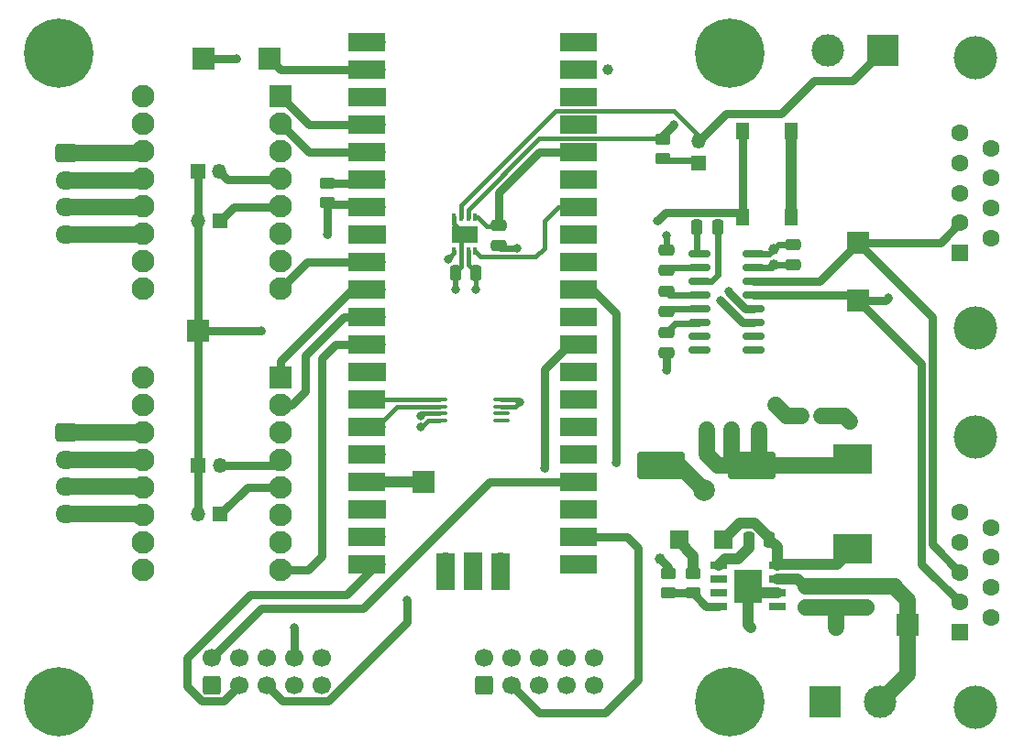
<source format=gbr>
%TF.GenerationSoftware,KiCad,Pcbnew,(7.0.0)*%
%TF.CreationDate,2023-03-02T20:10:48+13:00*%
%TF.ProjectId,pico_expansion_board,7069636f-5f65-4787-9061-6e73696f6e5f,rev?*%
%TF.SameCoordinates,Original*%
%TF.FileFunction,Copper,L1,Top*%
%TF.FilePolarity,Positive*%
%FSLAX46Y46*%
G04 Gerber Fmt 4.6, Leading zero omitted, Abs format (unit mm)*
G04 Created by KiCad (PCBNEW (7.0.0)) date 2023-03-02 20:10:48*
%MOMM*%
%LPD*%
G01*
G04 APERTURE LIST*
G04 Aperture macros list*
%AMRoundRect*
0 Rectangle with rounded corners*
0 $1 Rounding radius*
0 $2 $3 $4 $5 $6 $7 $8 $9 X,Y pos of 4 corners*
0 Add a 4 corners polygon primitive as box body*
4,1,4,$2,$3,$4,$5,$6,$7,$8,$9,$2,$3,0*
0 Add four circle primitives for the rounded corners*
1,1,$1+$1,$2,$3*
1,1,$1+$1,$4,$5*
1,1,$1+$1,$6,$7*
1,1,$1+$1,$8,$9*
0 Add four rect primitives between the rounded corners*
20,1,$1+$1,$2,$3,$4,$5,0*
20,1,$1+$1,$4,$5,$6,$7,0*
20,1,$1+$1,$6,$7,$8,$9,0*
20,1,$1+$1,$8,$9,$2,$3,0*%
G04 Aperture macros list end*
%TA.AperFunction,SMDPad,CuDef*%
%ADD10R,1.525000X0.650000*%
%TD*%
%TA.AperFunction,SMDPad,CuDef*%
%ADD11R,2.600000X3.100000*%
%TD*%
%TA.AperFunction,SMDPad,CuDef*%
%ADD12R,1.800000X1.700000*%
%TD*%
%TA.AperFunction,SMDPad,CuDef*%
%ADD13R,3.600000X2.700000*%
%TD*%
%TA.AperFunction,ComponentPad*%
%ADD14R,1.350000X1.350000*%
%TD*%
%TA.AperFunction,ComponentPad*%
%ADD15O,1.350000X1.350000*%
%TD*%
%TA.AperFunction,SMDPad,CuDef*%
%ADD16RoundRect,0.250000X1.950000X1.000000X-1.950000X1.000000X-1.950000X-1.000000X1.950000X-1.000000X0*%
%TD*%
%TA.AperFunction,SMDPad,CuDef*%
%ADD17RoundRect,0.100000X0.637500X0.100000X-0.637500X0.100000X-0.637500X-0.100000X0.637500X-0.100000X0*%
%TD*%
%TA.AperFunction,SMDPad,CuDef*%
%ADD18R,0.350000X0.650000*%
%TD*%
%TA.AperFunction,SMDPad,CuDef*%
%ADD19R,2.400000X1.550000*%
%TD*%
%TA.AperFunction,ComponentPad*%
%ADD20R,3.000000X3.000000*%
%TD*%
%TA.AperFunction,ComponentPad*%
%ADD21C,3.000000*%
%TD*%
%TA.AperFunction,SMDPad,CuDef*%
%ADD22RoundRect,0.250000X-0.475000X0.250000X-0.475000X-0.250000X0.475000X-0.250000X0.475000X0.250000X0*%
%TD*%
%TA.AperFunction,SMDPad,CuDef*%
%ADD23RoundRect,0.250000X0.450000X-0.262500X0.450000X0.262500X-0.450000X0.262500X-0.450000X-0.262500X0*%
%TD*%
%TA.AperFunction,SMDPad,CuDef*%
%ADD24RoundRect,0.250000X0.475000X-0.250000X0.475000X0.250000X-0.475000X0.250000X-0.475000X-0.250000X0*%
%TD*%
%TA.AperFunction,ComponentPad*%
%ADD25C,6.400000*%
%TD*%
%TA.AperFunction,SMDPad,CuDef*%
%ADD26RoundRect,0.250000X-0.250000X-0.475000X0.250000X-0.475000X0.250000X0.475000X-0.250000X0.475000X0*%
%TD*%
%TA.AperFunction,SMDPad,CuDef*%
%ADD27R,1.300000X1.550000*%
%TD*%
%TA.AperFunction,SMDPad,CuDef*%
%ADD28RoundRect,0.250000X0.250000X0.475000X-0.250000X0.475000X-0.250000X-0.475000X0.250000X-0.475000X0*%
%TD*%
%TA.AperFunction,SMDPad,CuDef*%
%ADD29R,2.000000X2.000000*%
%TD*%
%TA.AperFunction,ComponentPad*%
%ADD30RoundRect,0.250000X0.600000X-0.600000X0.600000X0.600000X-0.600000X0.600000X-0.600000X-0.600000X0*%
%TD*%
%TA.AperFunction,ComponentPad*%
%ADD31C,1.700000*%
%TD*%
%TA.AperFunction,ComponentPad*%
%ADD32O,1.700000X1.700000*%
%TD*%
%TA.AperFunction,SMDPad,CuDef*%
%ADD33R,3.500000X1.700000*%
%TD*%
%TA.AperFunction,ComponentPad*%
%ADD34R,1.700000X1.700000*%
%TD*%
%TA.AperFunction,SMDPad,CuDef*%
%ADD35R,1.700000X3.500000*%
%TD*%
%TA.AperFunction,ComponentPad*%
%ADD36RoundRect,0.250000X-0.725000X0.600000X-0.725000X-0.600000X0.725000X-0.600000X0.725000X0.600000X0*%
%TD*%
%TA.AperFunction,ComponentPad*%
%ADD37O,1.950000X1.700000*%
%TD*%
%TA.AperFunction,SMDPad,CuDef*%
%ADD38RoundRect,0.150000X-0.825000X-0.150000X0.825000X-0.150000X0.825000X0.150000X-0.825000X0.150000X0*%
%TD*%
%TA.AperFunction,SMDPad,CuDef*%
%ADD39RoundRect,0.250000X-0.450000X0.262500X-0.450000X-0.262500X0.450000X-0.262500X0.450000X0.262500X0*%
%TD*%
%TA.AperFunction,ComponentPad*%
%ADD40C,4.000000*%
%TD*%
%TA.AperFunction,ComponentPad*%
%ADD41R,1.600000X1.600000*%
%TD*%
%TA.AperFunction,ComponentPad*%
%ADD42C,1.600000*%
%TD*%
%TA.AperFunction,ComponentPad*%
%ADD43R,2.100000X2.100000*%
%TD*%
%TA.AperFunction,ComponentPad*%
%ADD44C,2.100000*%
%TD*%
%TA.AperFunction,ViaPad*%
%ADD45C,0.800000*%
%TD*%
%TA.AperFunction,ViaPad*%
%ADD46C,2.000000*%
%TD*%
%TA.AperFunction,ViaPad*%
%ADD47C,1.000000*%
%TD*%
%TA.AperFunction,Conductor*%
%ADD48C,0.762000*%
%TD*%
%TA.AperFunction,Conductor*%
%ADD49C,1.000000*%
%TD*%
%TA.AperFunction,Conductor*%
%ADD50C,1.500000*%
%TD*%
%TA.AperFunction,Conductor*%
%ADD51C,0.609600*%
%TD*%
%TA.AperFunction,Conductor*%
%ADD52C,0.406400*%
%TD*%
%TA.AperFunction,Conductor*%
%ADD53C,0.508000*%
%TD*%
G04 APERTURE END LIST*
D10*
%TO.P,IC1,1,BOOT*%
%TO.N,Net-(IC1-BOOT)*%
X116413999Y-110616999D03*
%TO.P,IC1,2,NC_1*%
%TO.N,unconnected-(IC1-NC_1-Pad2)*%
X116413999Y-111886999D03*
%TO.P,IC1,3,NC_2*%
%TO.N,unconnected-(IC1-NC_2-Pad3)*%
X116413999Y-113156999D03*
%TO.P,IC1,4,VSENSE*%
%TO.N,Net-(IC1-VSENSE)*%
X116413999Y-114426999D03*
%TO.P,IC1,5,ENA*%
%TO.N,unconnected-(IC1-ENA-Pad5)*%
X121837999Y-114426999D03*
%TO.P,IC1,6,GND*%
%TO.N,GND*%
X121837999Y-113156999D03*
%TO.P,IC1,7,VIN*%
%TO.N,VCC*%
X121837999Y-111886999D03*
%TO.P,IC1,8,PH*%
%TO.N,Net-(IC1-PH)*%
X121837999Y-110616999D03*
D11*
%TO.P,IC1,9,EP*%
%TO.N,GND*%
X119125999Y-112521999D03*
%TD*%
D12*
%TO.P,D1,C*%
%TO.N,Net-(IC1-PH)*%
X116857999Y-108203999D03*
%TO.P,D1,A*%
%TO.N,GND*%
X112757999Y-108203999D03*
%TD*%
D13*
%TO.P,L1,1,1*%
%TO.N,Net-(IC1-PH)*%
X128777999Y-109051999D03*
%TO.P,L1,2,2*%
%TO.N,+5V*%
X128777999Y-100751999D03*
%TD*%
D14*
%TO.P,JP9,1,A*%
%TO.N,Net-(JP9-A)*%
X114553999Y-73405999D03*
D15*
%TO.P,JP9,2,B*%
%TO.N,Net-(J10-Pin_1)*%
X114553999Y-71405999D03*
%TD*%
D14*
%TO.P,JP4,1,A*%
%TO.N,Net-(J3-PDN)*%
X70341999Y-105907999D03*
D15*
%TO.P,JP4,2,B*%
%TO.N,MOTOR_UART*%
X68341999Y-105907999D03*
%TD*%
D14*
%TO.P,JP3,1,A*%
%TO.N,MOTOR_UART*%
X68357999Y-101345999D03*
D15*
%TO.P,JP3,2,B*%
%TO.N,Net-(J3-UART)*%
X70357999Y-101345999D03*
%TD*%
D14*
%TO.P,JP2,1,A*%
%TO.N,Net-(J2-PDN)*%
X70341999Y-78739999D03*
D15*
%TO.P,JP2,2,B*%
%TO.N,MOTOR_UART*%
X68341999Y-78739999D03*
%TD*%
D14*
%TO.P,JP1,1,A*%
%TO.N,MOTOR_UART*%
X68315999Y-74167999D03*
D15*
%TO.P,JP1,2,B*%
%TO.N,Net-(J2-UART)*%
X70315999Y-74167999D03*
%TD*%
D16*
%TO.P,C18,2*%
%TO.N,GND*%
X111116000Y-101346000D03*
%TO.P,C18,1*%
%TO.N,+5V*%
X119516000Y-101346000D03*
%TD*%
D17*
%TO.P,U4,1,NC*%
%TO.N,unconnected-(U4-NC-Pad1)*%
X96334500Y-97241000D03*
%TO.P,U4,2,NC*%
%TO.N,unconnected-(U4-NC-Pad2)*%
X96334500Y-96591000D03*
%TO.P,U4,3,A2*%
%TO.N,GND*%
X96334500Y-95941000D03*
%TO.P,U4,4,GND*%
X96334500Y-95291000D03*
%TO.P,U4,5,SDA*%
%TO.N,EEPROM_SDA*%
X90609500Y-95291000D03*
%TO.P,U4,6,SCL*%
%TO.N,EEPROM_SCL*%
X90609500Y-95941000D03*
%TO.P,U4,7,WP*%
%TO.N,GND*%
X90609500Y-96591000D03*
%TO.P,U4,8,VCC*%
%TO.N,+5V*%
X90609500Y-97241000D03*
%TD*%
D18*
%TO.P,U2,1,TXD*%
%TO.N,CAN_TX*%
X91988999Y-81559999D03*
%TO.P,U2,2,VSS*%
%TO.N,GND*%
X92638999Y-81559999D03*
%TO.P,U2,3,VDD*%
%TO.N,+5V*%
X93288999Y-81559999D03*
%TO.P,U2,4,RXD*%
%TO.N,CAN_RX*%
X93938999Y-81559999D03*
%TO.P,U2,5,VIO*%
%TO.N,+3.3V*%
X93938999Y-78459999D03*
%TO.P,U2,6,CANL*%
%TO.N,Net-(J10-Pin_2)*%
X93288999Y-78459999D03*
%TO.P,U2,7,CANH*%
%TO.N,Net-(J10-Pin_1)*%
X92638999Y-78459999D03*
%TO.P,U2,8,STBY*%
%TO.N,GND*%
X91988999Y-78459999D03*
D19*
%TO.P,U2,9,VSS*%
X92963999Y-80009999D03*
%TD*%
D20*
%TO.P,J1,1,Pin_1*%
%TO.N,GND*%
X126237999Y-123189999D03*
D21*
%TO.P,J1,2,Pin_2*%
%TO.N,VCC*%
X131318000Y-123190000D03*
%TD*%
D22*
%TO.P,C5,1*%
%TO.N,VCC*%
X124460000Y-112588000D03*
%TO.P,C5,2*%
%TO.N,GND*%
X124460000Y-114488000D03*
%TD*%
D23*
%TO.P,R1,1*%
%TO.N,Net-(JP9-A)*%
X111252000Y-73048500D03*
%TO.P,R1,2*%
%TO.N,Net-(J10-Pin_2)*%
X111252000Y-71223500D03*
%TD*%
D24*
%TO.P,C7,1*%
%TO.N,GND*%
X111571000Y-90993000D03*
%TO.P,C7,2*%
%TO.N,Net-(U1-VS-)*%
X111571000Y-89093000D03*
%TD*%
D25*
%TO.P,H2,1*%
%TO.N,N/C*%
X55512000Y-123190000D03*
%TD*%
D24*
%TO.P,C2,1*%
%TO.N,GND*%
X96104000Y-81080500D03*
%TO.P,C2,2*%
%TO.N,+3.3V*%
X96104000Y-79180500D03*
%TD*%
D26*
%TO.P,C1,1*%
%TO.N,Net-(U1-C1+)*%
X114431000Y-79375000D03*
%TO.P,C1,2*%
%TO.N,Net-(U1-C1-)*%
X116331000Y-79375000D03*
%TD*%
D27*
%TO.P,SW1,1,1*%
%TO.N,PICO_RESET_BTN*%
X118653999Y-78396999D03*
X118653999Y-70446999D03*
%TO.P,SW1,2,2*%
%TO.N,GND*%
X123153999Y-78396999D03*
X123153999Y-70446999D03*
%TD*%
D28*
%TO.P,C3,1*%
%TO.N,+5V*%
X94006000Y-83566000D03*
%TO.P,C3,2*%
%TO.N,GND*%
X92106000Y-83566000D03*
%TD*%
D22*
%TO.P,C9,1*%
%TO.N,VCC*%
X127254000Y-112588000D03*
%TO.P,C9,2*%
%TO.N,GND*%
X127254000Y-114488000D03*
%TD*%
%TO.P,C4,1*%
%TO.N,+5V*%
X123255000Y-80965000D03*
%TO.P,C4,2*%
%TO.N,GND*%
X123255000Y-82865000D03*
%TD*%
D29*
%TO.P,TP7,1,1*%
%TO.N,SCALE_UART_TX*%
X74929999Y-63753999D03*
%TD*%
D25*
%TO.P,H4,1*%
%TO.N,N/C*%
X117488000Y-63246000D03*
%TD*%
D30*
%TO.P,J8,1,Pin_1*%
%TO.N,unconnected-(J8-Pin_1-Pad1)*%
X94742000Y-121666000D03*
D31*
%TO.P,J8,2,Pin_2*%
%TO.N,BTN_ENC*%
X94742000Y-119126000D03*
%TO.P,J8,3,Pin_3*%
%TO.N,LCD_CS*%
X97282000Y-121666000D03*
%TO.P,J8,4,Pin_4*%
%TO.N,LCD_A0*%
X97282000Y-119126000D03*
%TO.P,J8,5,Pin_5*%
%TO.N,LCD_RST*%
X99822000Y-121666000D03*
%TO.P,J8,6,Pin_6*%
%TO.N,NEOPIXEL*%
X99822000Y-119126000D03*
%TO.P,J8,7,Pin_7*%
%TO.N,unconnected-(J8-Pin_7-Pad7)*%
X102362000Y-121666000D03*
%TO.P,J8,8,Pin_8*%
%TO.N,unconnected-(J8-Pin_8-Pad8)*%
X102362000Y-119126000D03*
%TO.P,J8,9,Pin_9*%
%TO.N,GND*%
X104902000Y-121666000D03*
%TO.P,J8,10,Pin_10*%
%TO.N,+5V*%
X104902000Y-119126000D03*
%TD*%
D28*
%TO.P,C19,1*%
%TO.N,+5V*%
X125918000Y-96774000D03*
%TO.P,C19,2*%
%TO.N,GND*%
X124018000Y-96774000D03*
%TD*%
D24*
%TO.P,C8,1*%
%TO.N,Net-(U1-VS+)*%
X111571000Y-83373000D03*
%TO.P,C8,2*%
%TO.N,+5V*%
X111571000Y-81473000D03*
%TD*%
D20*
%TO.P,J10,1,Pin_1*%
%TO.N,Net-(J10-Pin_1)*%
X131571999Y-62991999D03*
D21*
%TO.P,J10,2,Pin_2*%
%TO.N,Net-(J10-Pin_2)*%
X126492000Y-62992000D03*
%TD*%
D22*
%TO.P,C16,1*%
%TO.N,VCC*%
X130048000Y-112588000D03*
%TO.P,C16,2*%
%TO.N,GND*%
X130048000Y-114488000D03*
%TD*%
D32*
%TO.P,U3,1,GPIO0*%
%TO.N,SCALE_UART_RX*%
X84835999Y-62229999D03*
D33*
X83935999Y-62229999D03*
D32*
%TO.P,U3,2,GPIO1*%
%TO.N,SCALE_UART_TX*%
X84835999Y-64769999D03*
D33*
X83935999Y-64769999D03*
D34*
%TO.P,U3,3,GND*%
%TO.N,GND*%
X84835999Y-67309999D03*
D33*
X83935999Y-67309999D03*
D32*
%TO.P,U3,4,GPIO2*%
%TO.N,M1_DIR*%
X84835999Y-69849999D03*
D33*
X83935999Y-69849999D03*
D32*
%TO.P,U3,5,GPIO3*%
%TO.N,M1_STEP*%
X84835999Y-72389999D03*
D33*
X83935999Y-72389999D03*
D32*
%TO.P,U3,6,GPIO4*%
%TO.N,UART1_TX*%
X84835999Y-74929999D03*
D33*
X83935999Y-74929999D03*
D32*
%TO.P,U3,7,GPIO5*%
%TO.N,MOTOR_UART*%
X84835999Y-77469999D03*
D33*
X83935999Y-77469999D03*
D34*
%TO.P,U3,8,GND*%
%TO.N,GND*%
X84835999Y-80009999D03*
D33*
X83935999Y-80009999D03*
D32*
%TO.P,U3,9,GPIO6*%
%TO.N,M1_EN*%
X84835999Y-82549999D03*
D33*
X83935999Y-82549999D03*
D32*
%TO.P,U3,10,GPIO7*%
%TO.N,M2_DIR*%
X84835999Y-85089999D03*
D33*
X83935999Y-85089999D03*
D32*
%TO.P,U3,11,GPIO8*%
%TO.N,M2_STEP*%
X84835999Y-87629999D03*
D33*
X83935999Y-87629999D03*
D32*
%TO.P,U3,12,GPIO9*%
%TO.N,M2_EN*%
X84835999Y-90169999D03*
D33*
X83935999Y-90169999D03*
D34*
%TO.P,U3,13,GND*%
%TO.N,GND*%
X84835999Y-92709999D03*
D33*
X83935999Y-92709999D03*
D32*
%TO.P,U3,14,GPIO10*%
%TO.N,EEPROM_SDA*%
X84835999Y-95249999D03*
D33*
X83935999Y-95249999D03*
D32*
%TO.P,U3,15,GPIO11*%
%TO.N,EEPROM_SCL*%
X84835999Y-97789999D03*
D33*
X83935999Y-97789999D03*
D32*
%TO.P,U3,16,GPIO12*%
%TO.N,BTN_RST*%
X84835999Y-100329999D03*
D33*
X83935999Y-100329999D03*
D32*
%TO.P,U3,17,GPIO13*%
%TO.N,Net-(U3-GPIO13)*%
X84835999Y-102869999D03*
D33*
X83935999Y-102869999D03*
D34*
%TO.P,U3,18,GND*%
%TO.N,GND*%
X84835999Y-105409999D03*
D33*
X83935999Y-105409999D03*
D32*
%TO.P,U3,19,GPIO14*%
%TO.N,BTN_EN2*%
X84835999Y-107949999D03*
D33*
X83935999Y-107949999D03*
D32*
%TO.P,U3,20,GPIO15*%
%TO.N,BTN_EN1*%
X84835999Y-110489999D03*
D33*
X83935999Y-110489999D03*
D32*
%TO.P,U3,21,GPIO16*%
%TO.N,SPI0_MISO*%
X102615999Y-110489999D03*
D33*
X103515999Y-110489999D03*
D32*
%TO.P,U3,22,GPIO17*%
%TO.N,LCD_CS*%
X102615999Y-107949999D03*
D33*
X103515999Y-107949999D03*
D34*
%TO.P,U3,23,GND*%
%TO.N,GND*%
X102615999Y-105409999D03*
D33*
X103515999Y-105409999D03*
D32*
%TO.P,U3,24,GPIO18*%
%TO.N,LED_SCK*%
X102615999Y-102869999D03*
D33*
X103515999Y-102869999D03*
D32*
%TO.P,U3,25,GPIO19*%
%TO.N,LCD_MOSI*%
X102615999Y-100329999D03*
D33*
X103515999Y-100329999D03*
D32*
%TO.P,U3,26,GPIO20*%
%TO.N,LCD_A0*%
X102615999Y-97789999D03*
D33*
X103515999Y-97789999D03*
D32*
%TO.P,U3,27,GPIO21*%
%TO.N,LCD_RST*%
X102615999Y-95249999D03*
D33*
X103515999Y-95249999D03*
D34*
%TO.P,U3,28,GND*%
%TO.N,GND*%
X102615999Y-92709999D03*
D33*
X103515999Y-92709999D03*
D32*
%TO.P,U3,29,GPIO22*%
%TO.N,BTN_ENC*%
X102615999Y-90169999D03*
D33*
X103515999Y-90169999D03*
D32*
%TO.P,U3,30,RUN*%
%TO.N,PICO_RESET_BTN*%
X102615999Y-87629999D03*
D33*
X103515999Y-87629999D03*
D32*
%TO.P,U3,31,GPIO26_ADC0*%
%TO.N,NEOPIXEL*%
X102615999Y-85089999D03*
D33*
X103515999Y-85089999D03*
D32*
%TO.P,U3,32,GPIO27_ADC1*%
%TO.N,CAN_TX*%
X102615999Y-82549999D03*
D33*
X103515999Y-82549999D03*
D34*
%TO.P,U3,33,AGND*%
%TO.N,GND*%
X102615999Y-80009999D03*
D33*
X103515999Y-80009999D03*
D32*
%TO.P,U3,34,GPIO28_ADC2*%
%TO.N,CAN_RX*%
X102615999Y-77469999D03*
D33*
X103515999Y-77469999D03*
D32*
%TO.P,U3,35,ADC_VREF*%
%TO.N,unconnected-(U3-ADC_VREF-Pad35)*%
X102615999Y-74929999D03*
D33*
X103515999Y-74929999D03*
D32*
%TO.P,U3,36,3V3*%
%TO.N,+3.3V*%
X102615999Y-72389999D03*
D33*
X103515999Y-72389999D03*
D32*
%TO.P,U3,37,3V3_EN*%
%TO.N,unconnected-(U3-3V3_EN-Pad37)*%
X102615999Y-69849999D03*
D33*
X103515999Y-69849999D03*
D34*
%TO.P,U3,38,GND*%
%TO.N,GND*%
X102615999Y-67309999D03*
D33*
X103515999Y-67309999D03*
D32*
%TO.P,U3,39,VSYS*%
%TO.N,+5V*%
X102615999Y-64769999D03*
D33*
X103515999Y-64769999D03*
D32*
%TO.P,U3,40,VBUS*%
%TO.N,unconnected-(U3-VBUS-Pad40)*%
X102615999Y-62229999D03*
D33*
X103515999Y-62229999D03*
D32*
%TO.P,U3,41,SWCLK*%
%TO.N,unconnected-(U3-SWCLK-Pad41)*%
X91185999Y-110259999D03*
D35*
X91185999Y-111159999D03*
D34*
%TO.P,U3,42,GND*%
%TO.N,unconnected-(U3-GND-Pad42)*%
X93725999Y-110259999D03*
D35*
X93725999Y-111159999D03*
D32*
%TO.P,U3,43,SWDIO*%
%TO.N,unconnected-(U3-SWDIO-Pad43)*%
X96265999Y-110259999D03*
D35*
X96265999Y-111159999D03*
%TD*%
D22*
%TO.P,C6,1*%
%TO.N,Net-(U1-C2+)*%
X111571000Y-85283000D03*
%TO.P,C6,2*%
%TO.N,Net-(U1-C2-)*%
X111571000Y-87183000D03*
%TD*%
D36*
%TO.P,J4,1,Pin_1*%
%TO.N,Net-(J2-B2)*%
X56134000Y-72510000D03*
D37*
%TO.P,J4,2,Pin_2*%
%TO.N,Net-(J2-B1)*%
X56133999Y-75009999D03*
%TO.P,J4,3,Pin_3*%
%TO.N,Net-(J2-A1)*%
X56133999Y-77509999D03*
%TO.P,J4,4,Pin_4*%
%TO.N,Net-(J2-A2)*%
X56133999Y-80009999D03*
%TD*%
D38*
%TO.P,U1,1,C1+*%
%TO.N,Net-(U1-C1+)*%
X114684000Y-81788000D03*
%TO.P,U1,2,VS+*%
%TO.N,Net-(U1-VS+)*%
X114684000Y-83058000D03*
%TO.P,U1,3,C1-*%
%TO.N,Net-(U1-C1-)*%
X114684000Y-84328000D03*
%TO.P,U1,4,C2+*%
%TO.N,Net-(U1-C2+)*%
X114684000Y-85598000D03*
%TO.P,U1,5,C2-*%
%TO.N,Net-(U1-C2-)*%
X114684000Y-86868000D03*
%TO.P,U1,6,VS-*%
%TO.N,Net-(U1-VS-)*%
X114684000Y-88138000D03*
%TO.P,U1,7,T2OUT*%
%TO.N,unconnected-(U1-T2OUT-Pad7)*%
X114684000Y-89408000D03*
%TO.P,U1,8,R2IN*%
%TO.N,unconnected-(U1-R2IN-Pad8)*%
X114684000Y-90678000D03*
%TO.P,U1,9,R2OUT*%
%TO.N,unconnected-(U1-R2OUT-Pad9)*%
X119634000Y-90678000D03*
%TO.P,U1,10,T2IN*%
%TO.N,unconnected-(U1-T2IN-Pad10)*%
X119634000Y-89408000D03*
%TO.P,U1,11,T1IN*%
%TO.N,SCALE_UART_TX*%
X119634000Y-88138000D03*
%TO.P,U1,12,R1OUT*%
%TO.N,SCALE_UART_RX*%
X119634000Y-86868000D03*
%TO.P,U1,13,R1IN*%
%TO.N,SCALE_RXD*%
X119634000Y-85598000D03*
%TO.P,U1,14,T1OUT*%
%TO.N,SCALE_TXD*%
X119634000Y-84328000D03*
%TO.P,U1,15,GND*%
%TO.N,GND*%
X119634000Y-83058000D03*
%TO.P,U1,16,VCC*%
%TO.N,+5V*%
X119634000Y-81788000D03*
%TD*%
D36*
%TO.P,J5,1,Pin_1*%
%TO.N,Net-(J3-B2)*%
X56134000Y-98338000D03*
D37*
%TO.P,J5,2,Pin_2*%
%TO.N,Net-(J3-B1)*%
X56133999Y-100837999D03*
%TO.P,J5,3,Pin_3*%
%TO.N,Net-(J3-A1)*%
X56133999Y-103337999D03*
%TO.P,J5,4,Pin_4*%
%TO.N,Net-(J3-A2)*%
X56133999Y-105837999D03*
%TD*%
D23*
%TO.P,R6,1*%
%TO.N,Net-(IC1-VSENSE)*%
X114046000Y-113180500D03*
%TO.P,R6,2*%
%TO.N,GND*%
X114046000Y-111355500D03*
%TD*%
D29*
%TO.P,TP1,1,1*%
%TO.N,SCALE_TXD*%
X129285999Y-80771999D03*
%TD*%
D25*
%TO.P,H1,1*%
%TO.N,N/C*%
X55512000Y-63246000D03*
%TD*%
D29*
%TO.P,TP8,1,1*%
%TO.N,SCALE_UART_RX*%
X68833999Y-63753999D03*
%TD*%
D23*
%TO.P,R3,1*%
%TO.N,MOTOR_UART*%
X80264000Y-77112500D03*
%TO.P,R3,2*%
%TO.N,UART1_TX*%
X80264000Y-75287500D03*
%TD*%
D39*
%TO.P,R2,1*%
%TO.N,+5V*%
X111760000Y-111355500D03*
%TO.P,R2,2*%
%TO.N,Net-(IC1-VSENSE)*%
X111760000Y-113180500D03*
%TD*%
D29*
%TO.P,TP6,1,1*%
%TO.N,VCC*%
X133857999Y-116077999D03*
%TD*%
D40*
%TO.P,J7,0,PAD*%
%TO.N,GND*%
X140139669Y-88710000D03*
X140139669Y-63710000D03*
D41*
%TO.P,J7,1,1*%
%TO.N,unconnected-(J7-Pad1)*%
X138719668Y-81749999D03*
D42*
%TO.P,J7,2,2*%
%TO.N,SCALE_TXD*%
X138719669Y-78980000D03*
%TO.P,J7,3,3*%
%TO.N,SCALE_RXD*%
X138719669Y-76210000D03*
%TO.P,J7,4,4*%
%TO.N,unconnected-(J7-Pad4)*%
X138719669Y-73440000D03*
%TO.P,J7,5,5*%
%TO.N,unconnected-(J7-Pad5)*%
X138719669Y-70670000D03*
%TO.P,J7,6,6*%
%TO.N,unconnected-(J7-Pad6)*%
X141559669Y-80365000D03*
%TO.P,J7,7,7*%
%TO.N,unconnected-(J7-Pad7)*%
X141559669Y-77595000D03*
%TO.P,J7,8,8*%
%TO.N,unconnected-(J7-Pad8)*%
X141559669Y-74825000D03*
%TO.P,J7,9,9*%
%TO.N,unconnected-(J7-Pad9)*%
X141559669Y-72055000D03*
%TD*%
D29*
%TO.P,TP4,1,1*%
%TO.N,MOTOR_UART*%
X68325999Y-88899999D03*
%TD*%
D43*
%TO.P,J3,1,DIR*%
%TO.N,M2_DIR*%
X75945999Y-93217999D03*
D44*
%TO.P,J3,2,STEP*%
%TO.N,M2_STEP*%
X75946000Y-95758000D03*
%TO.P,J3,3,CLK*%
%TO.N,GND*%
X75946000Y-98298000D03*
%TO.P,J3,4,UART*%
%TO.N,Net-(J3-UART)*%
X75946000Y-100838000D03*
%TO.P,J3,5,PDN*%
%TO.N,Net-(J3-PDN)*%
X75946000Y-103378000D03*
%TO.P,J3,6,MS2*%
%TO.N,GND*%
X75946000Y-105918000D03*
%TO.P,J3,7,MS1*%
%TO.N,+5V*%
X75946000Y-108458000D03*
%TO.P,J3,8,EN*%
%TO.N,M2_EN*%
X75946000Y-110998000D03*
%TO.P,J3,9,VM*%
%TO.N,VCC*%
X63246000Y-110998000D03*
%TO.P,J3,10,GND*%
%TO.N,GND*%
X63246000Y-108458000D03*
%TO.P,J3,11,A2*%
%TO.N,Net-(J3-A2)*%
X63246000Y-105918000D03*
%TO.P,J3,12,A1*%
%TO.N,Net-(J3-A1)*%
X63246000Y-103378000D03*
%TO.P,J3,13,B1*%
%TO.N,Net-(J3-B1)*%
X63246000Y-100838000D03*
%TO.P,J3,14,B2*%
%TO.N,Net-(J3-B2)*%
X63246000Y-98298000D03*
%TO.P,J3,15,VDD*%
%TO.N,+5V*%
X63246000Y-95758000D03*
%TO.P,J3,16,GND*%
%TO.N,GND*%
X63246000Y-93218000D03*
%TD*%
D40*
%TO.P,J6,0,PAD*%
%TO.N,GND*%
X140139669Y-123762000D03*
X140139669Y-98762000D03*
D41*
%TO.P,J6,1,1*%
%TO.N,unconnected-(J6-Pad1)*%
X138719668Y-116801999D03*
D42*
%TO.P,J6,2,2*%
%TO.N,SCALE_RXD*%
X138719669Y-114032000D03*
%TO.P,J6,3,3*%
%TO.N,SCALE_TXD*%
X138719669Y-111262000D03*
%TO.P,J6,4,4*%
%TO.N,unconnected-(J6-Pad4)*%
X138719669Y-108492000D03*
%TO.P,J6,5,5*%
%TO.N,unconnected-(J6-Pad5)*%
X138719669Y-105722000D03*
%TO.P,J6,6,6*%
%TO.N,unconnected-(J6-Pad6)*%
X141559669Y-115417000D03*
%TO.P,J6,7,7*%
%TO.N,unconnected-(J6-Pad7)*%
X141559669Y-112647000D03*
%TO.P,J6,8,8*%
%TO.N,unconnected-(J6-Pad8)*%
X141559669Y-109877000D03*
%TO.P,J6,9,9*%
%TO.N,unconnected-(J6-Pad9)*%
X141559669Y-107107000D03*
%TD*%
D43*
%TO.P,J2,1,DIR*%
%TO.N,M1_DIR*%
X75945999Y-67241999D03*
D44*
%TO.P,J2,2,STEP*%
%TO.N,M1_STEP*%
X75946000Y-69782000D03*
%TO.P,J2,3,CLK*%
%TO.N,GND*%
X75946000Y-72322000D03*
%TO.P,J2,4,UART*%
%TO.N,Net-(J2-UART)*%
X75946000Y-74862000D03*
%TO.P,J2,5,PDN*%
%TO.N,Net-(J2-PDN)*%
X75946000Y-77402000D03*
%TO.P,J2,6,MS2*%
%TO.N,GND*%
X75946000Y-79942000D03*
%TO.P,J2,7,MS1*%
X75946000Y-82482000D03*
%TO.P,J2,8,EN*%
%TO.N,M1_EN*%
X75946000Y-85022000D03*
%TO.P,J2,9,VM*%
%TO.N,VCC*%
X63246000Y-85022000D03*
%TO.P,J2,10,GND*%
%TO.N,GND*%
X63246000Y-82482000D03*
%TO.P,J2,11,A2*%
%TO.N,Net-(J2-A2)*%
X63246000Y-79942000D03*
%TO.P,J2,12,A1*%
%TO.N,Net-(J2-A1)*%
X63246000Y-77402000D03*
%TO.P,J2,13,B1*%
%TO.N,Net-(J2-B1)*%
X63246000Y-74862000D03*
%TO.P,J2,14,B2*%
%TO.N,Net-(J2-B2)*%
X63246000Y-72322000D03*
%TO.P,J2,15,VDD*%
%TO.N,+5V*%
X63246000Y-69782000D03*
%TO.P,J2,16,GND*%
%TO.N,GND*%
X63246000Y-67242000D03*
%TD*%
D25*
%TO.P,H3,1*%
%TO.N,N/C*%
X117488000Y-123190000D03*
%TD*%
D30*
%TO.P,J9,1,Pin_1*%
%TO.N,unconnected-(J9-Pin_1-Pad1)*%
X69596000Y-121666000D03*
D31*
%TO.P,J9,2,Pin_2*%
%TO.N,LED_SCK*%
X69596000Y-119126000D03*
%TO.P,J9,3,Pin_3*%
%TO.N,BTN_EN1*%
X72136000Y-121666000D03*
%TO.P,J9,4,Pin_4*%
%TO.N,unconnected-(J9-Pin_4-Pad4)*%
X72136000Y-119126000D03*
%TO.P,J9,5,Pin_5*%
%TO.N,BTN_EN2*%
X74676000Y-121666000D03*
%TO.P,J9,6,Pin_6*%
%TO.N,LCD_MOSI*%
X74676000Y-119126000D03*
%TO.P,J9,7,Pin_7*%
%TO.N,unconnected-(J9-Pin_7-Pad7)*%
X77216000Y-121666000D03*
%TO.P,J9,8,Pin_8*%
%TO.N,BTN_RST*%
X77216000Y-119126000D03*
%TO.P,J9,9,Pin_9*%
%TO.N,GND*%
X79756000Y-121666000D03*
%TO.P,J9,10,Pin_10*%
%TO.N,+5V*%
X79756000Y-119126000D03*
%TD*%
D29*
%TO.P,TP2,1,1*%
%TO.N,SCALE_RXD*%
X129285999Y-86105999D03*
%TD*%
D26*
%TO.P,C17,1*%
%TO.N,Net-(IC1-BOOT)*%
X119192000Y-108204000D03*
%TO.P,C17,2*%
%TO.N,Net-(IC1-PH)*%
X121092000Y-108204000D03*
%TD*%
D29*
%TO.P,TP5,1,1*%
%TO.N,Net-(U3-GPIO13)*%
X89153999Y-102869999D03*
%TD*%
D45*
%TO.N,GND*%
X111571000Y-92583000D03*
D46*
X115062000Y-103632000D03*
D45*
X98044000Y-95504000D03*
D47*
X119380000Y-116332000D03*
D45*
X92106000Y-85090000D03*
X97790000Y-81280000D03*
D47*
X127254000Y-116332000D03*
D45*
X88900000Y-96774000D03*
D47*
X121543000Y-82865000D03*
X114046000Y-109728000D03*
X123154000Y-74640000D03*
X121666000Y-95758000D03*
D45*
%TO.N,+5V*%
X94006000Y-85090000D03*
D47*
X115316000Y-98044000D03*
X117602000Y-98044000D03*
X120142000Y-98044000D03*
D45*
X88900000Y-97790000D03*
X111571000Y-80137000D03*
D47*
X128524000Y-97282000D03*
X121477000Y-81407000D03*
X110998000Y-109982000D03*
X106172000Y-64770000D03*
%TO.N,VCC*%
X132842000Y-112776000D03*
D45*
%TO.N,BTN_ENC*%
X100330000Y-101600000D03*
%TO.N,NEOPIXEL*%
X106934000Y-101092000D03*
%TO.N,BTN_EN2*%
X87630000Y-113792000D03*
%TO.N,BTN_RST*%
X77216000Y-116332000D03*
%TO.N,MOTOR_UART*%
X74168000Y-88900000D03*
X80264000Y-80010000D03*
%TO.N,SCALE_RXD*%
X132080000Y-85852000D03*
%TO.N,SCALE_UART_TX*%
X116586000Y-86106000D03*
%TO.N,SCALE_UART_RX*%
X117370619Y-85321381D03*
X71882000Y-63754000D03*
%TO.N,PICO_RESET_BTN*%
X110761750Y-78757750D03*
%TO.N,Net-(J10-Pin_2)*%
X112268000Y-69850000D03*
%TO.N,CAN_TX*%
X91440000Y-82296000D03*
%TD*%
D48*
%TO.N,SCALE_RXD*%
X129286000Y-86106000D02*
X131826000Y-86106000D01*
X131826000Y-86106000D02*
X132080000Y-85852000D01*
D49*
%TO.N,Net-(IC1-PH)*%
X127340000Y-110490000D02*
X128778000Y-109052000D01*
X121965000Y-110490000D02*
X127340000Y-110490000D01*
X121838000Y-110617000D02*
X121965000Y-110490000D01*
D50*
%TO.N,+5V*%
X128184000Y-101346000D02*
X119516000Y-101346000D01*
X128778000Y-100752000D02*
X128184000Y-101346000D01*
D51*
%TO.N,Net-(JP9-A)*%
X114300000Y-73152000D02*
X114554000Y-73406000D01*
X111355500Y-73152000D02*
X114300000Y-73152000D01*
X111252000Y-73048500D02*
X111355500Y-73152000D01*
D52*
%TO.N,Net-(J10-Pin_1)*%
X101362800Y-68596800D02*
X92639000Y-77320600D01*
X92639000Y-77320600D02*
X92639000Y-78460000D01*
X114554000Y-70866000D02*
X112284800Y-68596800D01*
X112284800Y-68596800D02*
X101362800Y-68596800D01*
X114554000Y-71406000D02*
X114554000Y-70866000D01*
D48*
X125222000Y-65786000D02*
X128778000Y-65786000D01*
X122174000Y-68834000D02*
X125222000Y-65786000D01*
X128778000Y-65786000D02*
X131572000Y-62992000D01*
X114554000Y-71374000D02*
X117094000Y-68834000D01*
X114554000Y-71406000D02*
X114554000Y-71374000D01*
X117094000Y-68834000D02*
X122174000Y-68834000D01*
%TO.N,Net-(J2-UART)*%
X75878000Y-74930000D02*
X75946000Y-74862000D01*
X71078000Y-74930000D02*
X75878000Y-74930000D01*
X70316000Y-74168000D02*
X71078000Y-74930000D01*
%TO.N,Net-(J2-PDN)*%
X75878000Y-77470000D02*
X75946000Y-77402000D01*
X71612000Y-77470000D02*
X75878000Y-77470000D01*
X70342000Y-78740000D02*
X71612000Y-77470000D01*
%TO.N,Net-(J3-PDN)*%
X72898000Y-103378000D02*
X75946000Y-103378000D01*
X70342000Y-105908000D02*
X70368000Y-105908000D01*
X70368000Y-105908000D02*
X72898000Y-103378000D01*
%TO.N,Net-(J3-UART)*%
X75438000Y-101346000D02*
X75946000Y-100838000D01*
X70358000Y-101346000D02*
X75438000Y-101346000D01*
D51*
%TO.N,Net-(U1-C1+)*%
X114431000Y-79375000D02*
X114431000Y-81535000D01*
X114431000Y-81535000D02*
X114684000Y-81788000D01*
%TO.N,Net-(U1-C1-)*%
X115762000Y-84328000D02*
X114684000Y-84328000D01*
X116331000Y-83759000D02*
X115762000Y-84328000D01*
X116331000Y-79375000D02*
X116331000Y-83759000D01*
%TO.N,GND*%
X121350000Y-83058000D02*
X119634000Y-83058000D01*
D49*
X119761000Y-113157000D02*
X119126000Y-112522000D01*
D51*
X121543000Y-82865000D02*
X121350000Y-83058000D01*
D50*
X112776000Y-101346000D02*
X115062000Y-103632000D01*
D49*
X114046000Y-111355500D02*
X114046000Y-109728000D01*
D51*
X97790000Y-81280000D02*
X96303500Y-81280000D01*
D52*
X92639000Y-83033000D02*
X92106000Y-83566000D01*
D50*
X124018000Y-96774000D02*
X122682000Y-96774000D01*
D52*
X89083000Y-96591000D02*
X88900000Y-96774000D01*
X98044000Y-95504000D02*
X97607000Y-95941000D01*
D49*
X123154000Y-74640000D02*
X123154000Y-78397000D01*
X112758000Y-108440000D02*
X114046000Y-109728000D01*
D52*
X97607000Y-95941000D02*
X96334500Y-95941000D01*
X92639000Y-80335000D02*
X92964000Y-80010000D01*
D49*
X119126000Y-112522000D02*
X119126000Y-116078000D01*
X123154000Y-74640000D02*
X123154000Y-70447000D01*
D50*
X127254000Y-116332000D02*
X127254000Y-114488000D01*
D52*
X91989000Y-79035000D02*
X92964000Y-80010000D01*
D50*
X111116000Y-101346000D02*
X112776000Y-101346000D01*
D52*
X90609500Y-96591000D02*
X89083000Y-96591000D01*
D48*
X111571000Y-90993000D02*
X111571000Y-92583000D01*
D49*
X119126000Y-116078000D02*
X119380000Y-116332000D01*
D50*
X122682000Y-96774000D02*
X121666000Y-95758000D01*
D52*
X92639000Y-81560000D02*
X92639000Y-83033000D01*
D50*
X124460000Y-114488000D02*
X130048000Y-114488000D01*
D51*
X96303500Y-81280000D02*
X96104000Y-81080500D01*
D52*
X98044000Y-95504000D02*
X97831000Y-95291000D01*
D51*
X121543000Y-82865000D02*
X123255000Y-82865000D01*
D49*
X121838000Y-113157000D02*
X119761000Y-113157000D01*
D52*
X92639000Y-81560000D02*
X92639000Y-80335000D01*
X97831000Y-95291000D02*
X96334500Y-95291000D01*
D53*
X92106000Y-85090000D02*
X92106000Y-83566000D01*
D52*
X91989000Y-78460000D02*
X91989000Y-79035000D01*
D49*
X112758000Y-108204000D02*
X112758000Y-108440000D01*
D52*
%TO.N,+5V*%
X90609500Y-97241000D02*
X89568897Y-97241000D01*
D51*
X119634000Y-81788000D02*
X121096000Y-81788000D01*
D50*
X117602000Y-101346000D02*
X119516000Y-101346000D01*
X120142000Y-98044000D02*
X120142000Y-100720000D01*
X115316000Y-98044000D02*
X115316000Y-100330000D01*
D51*
X121919000Y-80965000D02*
X121477000Y-81407000D01*
D52*
X89019897Y-97790000D02*
X88900000Y-97790000D01*
D50*
X116332000Y-101346000D02*
X119516000Y-101346000D01*
D51*
X121096000Y-81788000D02*
X121477000Y-81407000D01*
D52*
X93289000Y-81560000D02*
X93289000Y-82849000D01*
D51*
X123255000Y-80965000D02*
X121919000Y-80965000D01*
D50*
X128524000Y-97282000D02*
X128016000Y-96774000D01*
X120142000Y-100720000D02*
X119516000Y-101346000D01*
D52*
X93289000Y-82849000D02*
X94006000Y-83566000D01*
X89568897Y-97241000D02*
X89019897Y-97790000D01*
D50*
X117602000Y-98044000D02*
X117602000Y-101346000D01*
D48*
X110998000Y-109982000D02*
X111760000Y-110744000D01*
X111760000Y-110744000D02*
X111760000Y-111355500D01*
D50*
X128016000Y-96774000D02*
X125918000Y-96774000D01*
D51*
X111571000Y-81473000D02*
X111571000Y-80137000D01*
D50*
X115316000Y-100330000D02*
X116332000Y-101346000D01*
D52*
X94006000Y-85090000D02*
X94006000Y-83566000D01*
D51*
%TO.N,Net-(U1-C2+)*%
X114684000Y-85598000D02*
X111886000Y-85598000D01*
X111886000Y-85598000D02*
X111571000Y-85283000D01*
%TO.N,Net-(U1-C2-)*%
X111886000Y-86868000D02*
X111571000Y-87183000D01*
X114684000Y-86868000D02*
X111886000Y-86868000D01*
%TO.N,Net-(U1-VS-)*%
X114557000Y-88265000D02*
X112399000Y-88265000D01*
X112399000Y-88265000D02*
X111571000Y-89093000D01*
X114684000Y-88138000D02*
X114557000Y-88265000D01*
%TO.N,Net-(U1-VS+)*%
X114684000Y-83058000D02*
X111886000Y-83058000D01*
X111886000Y-83058000D02*
X111571000Y-83373000D01*
D50*
%TO.N,VCC*%
X132654000Y-112588000D02*
X130048000Y-112588000D01*
X132842000Y-112776000D02*
X133858000Y-113792000D01*
D49*
X121838000Y-111887000D02*
X123759000Y-111887000D01*
D50*
X133858000Y-113792000D02*
X133858000Y-116840000D01*
X124460000Y-112588000D02*
X130048000Y-112588000D01*
X133858000Y-120650000D02*
X131318000Y-123190000D01*
X133858000Y-116840000D02*
X133858000Y-120650000D01*
D49*
X123759000Y-111887000D02*
X124460000Y-112588000D01*
D50*
X132842000Y-112776000D02*
X132654000Y-112588000D01*
D48*
%TO.N,M1_DIR*%
X78554000Y-69850000D02*
X84836000Y-69850000D01*
X75946000Y-67242000D02*
X78554000Y-69850000D01*
%TO.N,M1_STEP*%
X75946000Y-69782000D02*
X78554000Y-72390000D01*
X78554000Y-72390000D02*
X84836000Y-72390000D01*
%TO.N,M1_EN*%
X78418000Y-82550000D02*
X75946000Y-85022000D01*
X84836000Y-82550000D02*
X78418000Y-82550000D01*
D50*
%TO.N,Net-(J2-A2)*%
X56134000Y-80010000D02*
X63178000Y-80010000D01*
D49*
X63178000Y-80010000D02*
X63246000Y-79942000D01*
D50*
%TO.N,Net-(J2-A1)*%
X56134000Y-77510000D02*
X63138000Y-77510000D01*
D49*
X63138000Y-77510000D02*
X63246000Y-77402000D01*
%TO.N,Net-(J2-B1)*%
X63098000Y-75010000D02*
X63246000Y-74862000D01*
D50*
X56134000Y-75010000D02*
X63098000Y-75010000D01*
%TO.N,Net-(J2-B2)*%
X56134000Y-72510000D02*
X63058000Y-72510000D01*
D49*
X63058000Y-72510000D02*
X63246000Y-72322000D01*
D48*
%TO.N,M2_DIR*%
X82550000Y-85090000D02*
X84836000Y-85090000D01*
X75946000Y-93218000D02*
X75946000Y-91694000D01*
X75946000Y-91694000D02*
X82550000Y-85090000D01*
%TO.N,M2_STEP*%
X76962000Y-95758000D02*
X75946000Y-95758000D01*
X78232000Y-91186000D02*
X78232000Y-94488000D01*
X84836000Y-87630000D02*
X81788000Y-87630000D01*
X81788000Y-87630000D02*
X78232000Y-91186000D01*
X78232000Y-94488000D02*
X76962000Y-95758000D01*
%TO.N,M2_EN*%
X79756000Y-109728000D02*
X78486000Y-110998000D01*
X81026000Y-90170000D02*
X79756000Y-91440000D01*
X79756000Y-91440000D02*
X79756000Y-109728000D01*
X84836000Y-90170000D02*
X81026000Y-90170000D01*
X78486000Y-110998000D02*
X75946000Y-110998000D01*
D50*
%TO.N,Net-(J3-A2)*%
X56134000Y-105838000D02*
X63166000Y-105838000D01*
D49*
X63166000Y-105838000D02*
X63246000Y-105918000D01*
D50*
%TO.N,Net-(J3-A1)*%
X56134000Y-103338000D02*
X63206000Y-103338000D01*
D49*
X63206000Y-103338000D02*
X63246000Y-103378000D01*
D50*
%TO.N,Net-(J3-B1)*%
X56134000Y-100838000D02*
X63246000Y-100838000D01*
%TO.N,Net-(J3-B2)*%
X56134000Y-98338000D02*
X63206000Y-98338000D01*
D49*
X63206000Y-98338000D02*
X63246000Y-98298000D01*
D48*
%TO.N,LCD_CS*%
X107950000Y-107950000D02*
X108966000Y-108966000D01*
X108966000Y-121158000D02*
X105918000Y-124206000D01*
X105918000Y-124206000D02*
X99822000Y-124206000D01*
X99822000Y-124206000D02*
X97282000Y-121666000D01*
X108966000Y-108966000D02*
X108966000Y-121158000D01*
X102616000Y-107950000D02*
X107950000Y-107950000D01*
%TO.N,BTN_ENC*%
X100330000Y-101600000D02*
X100330000Y-92456000D01*
X100330000Y-92456000D02*
X102616000Y-90170000D01*
%TO.N,NEOPIXEL*%
X106934000Y-101092000D02*
X106934000Y-87286000D01*
X106934000Y-87286000D02*
X104738000Y-85090000D01*
X104738000Y-85090000D02*
X102616000Y-85090000D01*
%TO.N,BTN_EN1*%
X68651789Y-123097000D02*
X67310000Y-121755211D01*
X72136000Y-121666000D02*
X70705000Y-123097000D01*
X67310000Y-121755211D02*
X67310000Y-119126000D01*
X70705000Y-123097000D02*
X68651789Y-123097000D01*
X67310000Y-119126000D02*
X73152000Y-113284000D01*
X82042000Y-113284000D02*
X84836000Y-110490000D01*
X73152000Y-113284000D02*
X82042000Y-113284000D01*
%TO.N,BTN_EN2*%
X87630000Y-115815740D02*
X80348740Y-123097000D01*
X80348740Y-123097000D02*
X76107000Y-123097000D01*
X76107000Y-123097000D02*
X74676000Y-121666000D01*
X87630000Y-113792000D02*
X87630000Y-115815740D01*
%TO.N,LED_SCK*%
X83566000Y-114554000D02*
X95250000Y-102870000D01*
X95250000Y-102870000D02*
X102616000Y-102870000D01*
X74168000Y-114554000D02*
X83566000Y-114554000D01*
X69596000Y-119126000D02*
X74168000Y-114554000D01*
%TO.N,BTN_RST*%
X77216000Y-119126000D02*
X77216000Y-116332000D01*
%TO.N,MOTOR_UART*%
X68316000Y-78730000D02*
X68326000Y-78740000D01*
X68326000Y-101341000D02*
X68321000Y-101346000D01*
X68326000Y-88900000D02*
X68326000Y-101341000D01*
X80264000Y-77112500D02*
X80367500Y-77216000D01*
X68321000Y-105903000D02*
X68326000Y-105908000D01*
X80264000Y-77112500D02*
X80264000Y-80010000D01*
X80367500Y-77216000D02*
X84582000Y-77216000D01*
X74168000Y-88900000D02*
X68326000Y-88900000D01*
X68321000Y-101346000D02*
X68321000Y-105903000D01*
X84582000Y-77216000D02*
X84836000Y-77470000D01*
X68326000Y-78740000D02*
X68326000Y-88900000D01*
X68316000Y-74168000D02*
X68316000Y-78730000D01*
%TO.N,SCALE_RXD*%
X129286000Y-86106000D02*
X135182000Y-92002000D01*
X119634000Y-85598000D02*
X128778000Y-85598000D01*
X135182000Y-110494331D02*
X138719669Y-114032000D01*
X128778000Y-85598000D02*
X129286000Y-86106000D01*
X135182000Y-92002000D02*
X135182000Y-110494331D01*
%TO.N,SCALE_TXD*%
X119634000Y-84328000D02*
X125730000Y-84328000D01*
X136927669Y-80772000D02*
X138719669Y-78980000D01*
X136144000Y-87630000D02*
X136144000Y-108686331D01*
X136144000Y-108686331D02*
X138719669Y-111262000D01*
X125730000Y-84328000D02*
X129286000Y-80772000D01*
X129286000Y-80772000D02*
X136144000Y-87630000D01*
X129286000Y-80772000D02*
X136927669Y-80772000D01*
%TO.N,UART1_TX*%
X80264000Y-75287500D02*
X84478500Y-75287500D01*
X84478500Y-75287500D02*
X84836000Y-74930000D01*
%TO.N,SCALE_UART_TX*%
X75946000Y-64770000D02*
X74930000Y-63754000D01*
X116586000Y-86106000D02*
X118618000Y-88138000D01*
X84836000Y-64770000D02*
X75946000Y-64770000D01*
X118618000Y-88138000D02*
X119634000Y-88138000D01*
%TO.N,SCALE_UART_RX*%
X68834000Y-63754000D02*
X71882000Y-63754000D01*
X117370619Y-85343409D02*
X118895210Y-86868000D01*
X118895210Y-86868000D02*
X119634000Y-86868000D01*
X117370619Y-85321381D02*
X117370619Y-85343409D01*
D52*
%TO.N,EEPROM_SDA*%
X90568500Y-95250000D02*
X84836000Y-95250000D01*
X90609500Y-95291000D02*
X90568500Y-95250000D01*
%TO.N,EEPROM_SCL*%
X86685000Y-95941000D02*
X90609500Y-95941000D01*
X84836000Y-97790000D02*
X86685000Y-95941000D01*
D49*
%TO.N,Net-(U3-GPIO13)*%
X88900000Y-102870000D02*
X84836000Y-102870000D01*
D52*
%TO.N,+3.3V*%
X94208000Y-78460000D02*
X94996000Y-79248000D01*
D48*
X96104000Y-76108000D02*
X99822000Y-72390000D01*
X96104000Y-79180500D02*
X96104000Y-76108000D01*
D52*
X94996000Y-79248000D02*
X96036500Y-79248000D01*
D48*
X99822000Y-72390000D02*
X102616000Y-72390000D01*
D52*
X93939000Y-78460000D02*
X94208000Y-78460000D01*
X96036500Y-79248000D02*
X96104000Y-79180500D01*
D48*
%TO.N,PICO_RESET_BTN*%
X118235000Y-77978000D02*
X118654000Y-78397000D01*
X118654000Y-78397000D02*
X118654000Y-70447000D01*
X111541500Y-77978000D02*
X118235000Y-77978000D01*
X110761750Y-78757750D02*
X111541500Y-77978000D01*
D52*
%TO.N,Net-(J10-Pin_2)*%
X93289000Y-77728600D02*
X99880800Y-71136800D01*
D48*
X111252000Y-70866000D02*
X112268000Y-69850000D01*
D52*
X93289000Y-78460000D02*
X93289000Y-77728600D01*
X99880800Y-71136800D02*
X111165300Y-71136800D01*
X111165300Y-71136800D02*
X111252000Y-71223500D01*
D48*
X111252000Y-71223500D02*
X111252000Y-70866000D01*
D52*
%TO.N,CAN_TX*%
X91989000Y-81747000D02*
X91440000Y-82296000D01*
X91989000Y-81560000D02*
X91989000Y-81747000D01*
%TO.N,CAN_RX*%
X101600000Y-77470000D02*
X102616000Y-77470000D01*
X100330000Y-81280000D02*
X100330000Y-78740000D01*
X99526800Y-82083200D02*
X100330000Y-81280000D01*
X100330000Y-78740000D02*
X101600000Y-77470000D01*
X94462200Y-82083200D02*
X99526800Y-82083200D01*
X93939000Y-81560000D02*
X94462200Y-82083200D01*
D49*
%TO.N,Net-(IC1-BOOT)*%
X118230000Y-109982000D02*
X117049000Y-109982000D01*
X119192000Y-109020000D02*
X118230000Y-109982000D01*
X119192000Y-108204000D02*
X119192000Y-109020000D01*
X117049000Y-109982000D02*
X116414000Y-110617000D01*
%TO.N,Net-(IC1-PH)*%
X116858000Y-108204000D02*
X118382000Y-106680000D01*
X121838000Y-108950000D02*
X121092000Y-108204000D01*
X119736503Y-106680000D02*
X121092000Y-108035497D01*
X121092000Y-108035497D02*
X121092000Y-108204000D01*
X121838000Y-110617000D02*
X121838000Y-108950000D01*
X118382000Y-106680000D02*
X119736503Y-106680000D01*
D48*
%TO.N,Net-(IC1-VSENSE)*%
X115292500Y-114427000D02*
X116414000Y-114427000D01*
X114046000Y-113180500D02*
X115292500Y-114427000D01*
X111760000Y-113180500D02*
X114046000Y-113180500D01*
%TD*%
M02*

</source>
